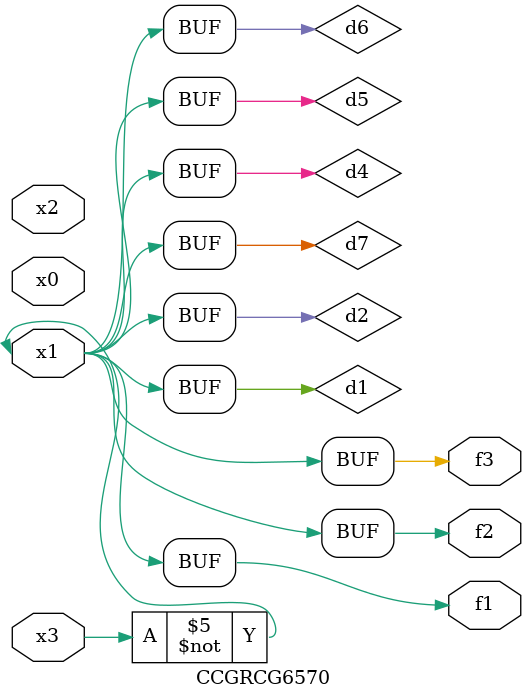
<source format=v>
module CCGRCG6570(
	input x0, x1, x2, x3,
	output f1, f2, f3
);

	wire d1, d2, d3, d4, d5, d6, d7;

	not (d1, x3);
	buf (d2, x1);
	xnor (d3, d1, d2);
	nor (d4, d1);
	buf (d5, d1, d2);
	buf (d6, d4, d5);
	nand (d7, d4);
	assign f1 = d6;
	assign f2 = d7;
	assign f3 = d6;
endmodule

</source>
